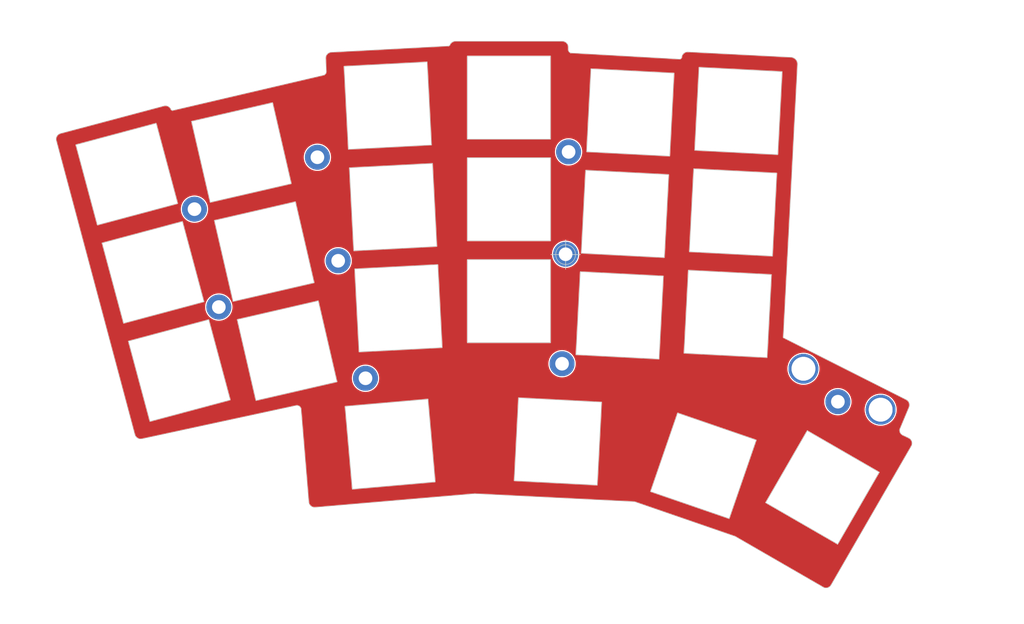
<source format=kicad_pcb>
(kicad_pcb (version 20211014) (generator pcbnew)
  (layers (0 "F.Cu" signal) (31 "B.Cu" signal) (34 "B.Paste" user) (35 "F.Paste" user) (36 "B.SilkS" user "B.Silkscreen") (37 "F.SilkS" user "F.Silkscreen") (38 "B.Mask" user) (39 "F.Mask" user) (44 "Edge.Cuts" user))
  (net 0 "")
  (footprint "kbd:SW_Hole" (layer "F.Cu") (at 90.000497 106.199158 15)
    (fp_text reference "SW3" hide)
    (fp_text value "SW_PUSH" hide)
    (fp_line (start 7 7) (end 7 -7) (layer "Edge.Cuts") (width 0.12))
    (fp_line (start -7 7) (end 7 7) (layer "Edge.Cuts") (width 0.12))
    (fp_line (start -7 -7) (end -7 7) (layer "Edge.Cuts") (width 0.12))
    (fp_line (start 7 -7) (end -7 -7) (layer "Edge.Cuts") (width 0.12))
  )
  (footprint "kbd:M2_Hole_TH" (layer "F.Cu") (at 121.350497 107.499158)
    (fp_text reference "REF**" hide)
    (fp_text value "M2_Hole_TH")
    (pad "" thru_hole circle locked (at 0 0) (size 4.2 4.2) (drill 2.3) (layers *.Cu *.Mask))
  )
  (footprint "kbd:SW_Hole" (layer "F.Cu") (at 184.150497 62.449158 -3)
    (fp_text reference "SW16" hide)
    (fp_text value "SW_PUSH" hide)
    (fp_line (start 7 7) (end 7 -7) (layer "Edge.Cuts") (width 0.12))
    (fp_line (start 7 -7) (end -7 -7) (layer "Edge.Cuts") (width 0.12))
    (fp_line (start -7 -7) (end -7 7) (layer "Edge.Cuts") (width 0.12))
    (fp_line (start -7 7) (end 7 7) (layer "Edge.Cuts") (width 0.12))
  )
  (footprint "kbd:SW_Hole" (layer "F.Cu") (at 145.500497 94.499158)
    (fp_text reference "SW12" hide)
    (fp_text value "SW_PUSH" hide)
    (fp_line (start 7 7) (end 7 -7) (layer "Edge.Cuts") (width 0.12))
    (fp_line (start -7 7) (end 7 7) (layer "Edge.Cuts") (width 0.12))
    (fp_line (start -7 -7) (end -7 7) (layer "Edge.Cuts") (width 0.12))
    (fp_line (start 7 -7) (end -7 -7) (layer "Edge.Cuts") (width 0.12))
  )
  (footprint "kbd:SW_Hole" (layer "F.Cu") (at 145.500497 60.199158)
    (fp_text reference "SW10" hide)
    (fp_text value "SW_PUSH" hide)
    (fp_line (start -7 -7) (end -7 7) (layer "Edge.Cuts") (width 0.12))
    (fp_line (start 7 7) (end 7 -7) (layer "Edge.Cuts") (width 0.12))
    (fp_line (start 7 -7) (end -7 -7) (layer "Edge.Cuts") (width 0.12))
    (fp_line (start -7 7) (end 7 7) (layer "Edge.Cuts") (width 0.12))
  )
  (footprint "kbd:SW_Hole" (layer "F.Cu") (at 81.150497 73.099158 15)
    (fp_text reference "SW1" hide)
    (fp_text value "SW_PUSH" hide)
    (fp_line (start 7 7) (end 7 -7) (layer "Edge.Cuts") (width 0.12))
    (fp_line (start -7 7) (end 7 7) (layer "Edge.Cuts") (width 0.12))
    (fp_line (start 7 -7) (end -7 -7) (layer "Edge.Cuts") (width 0.12))
    (fp_line (start -7 -7) (end -7 7) (layer "Edge.Cuts") (width 0.12))
  )
  (footprint "kbd:M2_Hole_TH" (layer "F.Cu") (at 92.550497 78.999158)
    (fp_text reference "REF**" hide)
    (fp_text value "M2_Hole_TH")
    (pad "" thru_hole circle locked (at 0 0) (size 4.2 4.2) (drill 2.3) (layers *.Cu *.Mask))
  )
  (footprint "kbd:SW_Hole" (layer "F.Cu") (at 153.750497 118.149158 -3)
    (fp_text reference "SW20" hide)
    (fp_text value "SW_PUSH" hide)
    (fp_line (start 7 7) (end 7 -7) (layer "Edge.Cuts") (width 0.12))
    (fp_line (start -7 -7) (end -7 7) (layer "Edge.Cuts") (width 0.12))
    (fp_line (start -7 7) (end 7 7) (layer "Edge.Cuts") (width 0.12))
    (fp_line (start 7 -7) (end -7 -7) (layer "Edge.Cuts") (width 0.12))
  )
  (footprint "kbd:SW_Hole" (layer "F.Cu") (at 183.250497 79.549158 -3)
    (fp_text reference "SW17" hide)
    (fp_text value "SW_PUSH" hide)
    (fp_line (start 7 7) (end 7 -7) (layer "Edge.Cuts") (width 0.12))
    (fp_line (start -7 -7) (end -7 7) (layer "Edge.Cuts") (width 0.12))
    (fp_line (start 7 -7) (end -7 -7) (layer "Edge.Cuts") (width 0.12))
    (fp_line (start -7 7) (end 7 7) (layer "Edge.Cuts") (width 0.12))
  )
  (footprint "kbd:SW_Hole" (layer "F.Cu") (at 198.300497 125.899158 60)
    (fp_text reference "SW22" hide)
    (fp_text value "SW_PUSH" hide)
    (fp_line (start 7 -7) (end -7 -7) (layer "Edge.Cuts") (width 0.12))
    (fp_line (start 7 7) (end 7 -7) (layer "Edge.Cuts") (width 0.12))
    (fp_line (start -7 7) (end 7 7) (layer "Edge.Cuts") (width 0.12))
    (fp_line (start -7 -7) (end -7 7) (layer "Edge.Cuts") (width 0.12))
  )
  (footprint "kbd:SW_Hole" (layer "F.Cu") (at 165.050497 79.799158 -3)
    (fp_text reference "SW14" hide)
    (fp_text value "SW_PUSH" hide)
    (fp_line (start -7 -7) (end -7 7) (layer "Edge.Cuts") (width 0.12))
    (fp_line (start 7 7) (end 7 -7) (layer "Edge.Cuts") (width 0.12))
    (fp_line (start 7 -7) (end -7 -7) (layer "Edge.Cuts") (width 0.12))
    (fp_line (start -7 7) (end 7 7) (layer "Edge.Cuts") (width 0.12))
  )
  (footprint "kbd:SW_Hole" (layer "F.Cu") (at 100.450497 69.449158 13)
    (fp_text reference "SW4" hide)
    (fp_text value "SW_PUSH" hide)
    (fp_line (start -7 7) (end 7 7) (layer "Edge.Cuts") (width 0.12))
    (fp_line (start 7 7) (end 7 -7) (layer "Edge.Cuts") (width 0.12))
    (fp_line (start -7 -7) (end -7 7) (layer "Edge.Cuts") (width 0.12))
    (fp_line (start 7 -7) (end -7 -7) (layer "Edge.Cuts") (width 0.12))
  )
  (footprint "kbd:SW_Hole" (layer "F.Cu") (at 165.950497 62.699158 -3)
    (fp_text reference "SW13" hide)
    (fp_text value "SW_PUSH" hide)
    (fp_line (start -7 7) (end 7 7) (layer "Edge.Cuts") (width 0.12))
    (fp_line (start -7 -7) (end -7 7) (layer "Edge.Cuts") (width 0.12))
    (fp_line (start 7 -7) (end -7 -7) (layer "Edge.Cuts") (width 0.12))
    (fp_line (start 7 7) (end 7 -7) (layer "Edge.Cuts") (width 0.12))
  )
  (footprint "kbd:SW_Hole" (layer "F.Cu") (at 126.900497 95.699158 3)
    (fp_text reference "SW9" hide)
    (fp_text value "SW_PUSH" hide)
    (fp_line (start -7 7) (end 7 7) (layer "Edge.Cuts") (width 0.12))
    (fp_line (start 7 7) (end 7 -7) (layer "Edge.Cuts") (width 0.12))
    (fp_line (start -7 -7) (end -7 7) (layer "Edge.Cuts") (width 0.12))
    (fp_line (start 7 -7) (end -7 -7) (layer "Edge.Cuts") (width 0.12))
  )
  (footprint "kbd:SW_Hole" (layer "F.Cu") (at 104.300497 86.149158 13)
    (fp_text reference "SW5" hide)
    (fp_text value "SW_PUSH" hide)
    (fp_line (start 7 -7) (end -7 -7) (layer "Edge.Cuts") (width 0.12))
    (fp_line (start -7 -7) (end -7 7) (layer "Edge.Cuts") (width 0.12))
    (fp_line (start 7 7) (end 7 -7) (layer "Edge.Cuts") (width 0.12))
    (fp_line (start -7 7) (end 7 7) (layer "Edge.Cuts") (width 0.12))
  )
  (footprint "kbd:SW_Hole" (layer "F.Cu") (at 125.100497 61.549158 3)
    (fp_text reference "SW7" hide)
    (fp_text value "SW_PUSH" hide)
    (fp_line (start 7 -7) (end -7 -7) (layer "Edge.Cuts") (width 0.12))
    (fp_line (start -7 -7) (end -7 7) (layer "Edge.Cuts") (width 0.12))
    (fp_line (start -7 7) (end 7 7) (layer "Edge.Cuts") (width 0.12))
    (fp_line (start 7 7) (end 7 -7) (layer "Edge.Cuts") (width 0.12))
  )
  (footprint "kbd:M2_Hole_TH" (layer "F.Cu") (at 155.050497 86.599158)
    (fp_text reference "REF**" hide)
    (fp_text value "M2_Hole_TH")
    (pad "" thru_hole circle locked (at 0 0) (size 4.2 4.2) (drill 2.3) (layers *.Cu *.Mask))
  )
  (footprint "kbd:M2_Hole_TH" (layer "F.Cu") (at 113.250497 70.249158)
    (fp_text reference "REF**" hide)
    (fp_text value "M2_Hole_TH")
    (pad "" thru_hole circle locked (at 0 0) (size 4.2 4.2) (drill 2.3) (layers *.Cu *.Mask))
  )
  (footprint "kbd:SW_Hole" (layer "F.Cu") (at 108.150497 102.849158 13)
    (fp_text reference "SW6" hide)
    (fp_text value "SW_PUSH" hide)
    (fp_line (start -7 -7) (end -7 7) (layer "Edge.Cuts") (width 0.12))
    (fp_line (start -7 7) (end 7 7) (layer "Edge.Cuts") (width 0.12))
    (fp_line (start 7 -7) (end -7 -7) (layer "Edge.Cuts") (width 0.12))
    (fp_line (start 7 7) (end 7 -7) (layer "Edge.Cuts") (width 0.12))
  )
  (footprint "kbd:M2_Hole_TH" (layer "F.Cu") (at 155.550497 69.349158)
    (fp_text reference "REF**" hide)
    (fp_text value "M2_Hole_TH" hide)
    (pad "" thru_hole circle locked (at 0 0) (size 4.2 4.2) (drill 2.3) (layers *.Cu *.Mask))
  )
  (footprint "kbd:M2_Hole_TH" (layer "F.Cu") (at 96.650497 95.499158)
    (fp_text reference "REF**" hide)
    (fp_text value "M2_Hole_TH")
    (pad "" thru_hole circle locked (at 0 0) (size 4.2 4.2) (drill 2.3) (layers *.Cu *.Mask))
  )
  (footprint "kbd:M2_Hole_TH_Outside" (layer "F.Cu") (at 208.100497 112.799158)
    (fp_text reference "REF**" hide)
    (fp_text value "M2_Hole_TH_Outside" hide)
    (pad "" thru_hole circle locked (at 0 0) (size 5 5) (drill 4) (layers F&B.Cu *.Mask))
    (pad "" thru_hole circle locked (at 0 0) (size 5 5) (drill 4) (layers F&B.Cu *.Mask))
  )
  (footprint "kbd:SW_Hole" (layer "F.Cu") (at 126.000497 78.652875 3)
    (fp_text reference "SW8" hide)
    (fp_text value "SW_PUSH" hide)
    (fp_line (start 7 -7) (end -7 -7) (layer "Edge.Cuts") (width 0.12))
    (fp_line (start 7 7) (end 7 -7) (layer "Edge.Cuts") (width 0.12))
    (fp_line (start -7 -7) (end -7 7) (layer "Edge.Cuts") (width 0.12))
    (fp_line (start -7 7) (end 7 7) (layer "Edge.Cuts") (width 0.12))
  )
  (footprint "kbd:M2_Hole_TH" (layer "F.Cu") (at 200.900497 111.449158)
    (fp_text reference "H1" hide)
    (fp_text value "oled_cover_1" hide)
    (pad "" thru_hole circle locked (at 0 0) (size 4.2 4.2) (drill 2.3) (layers F&B.Cu *.Mask))
  )
  (footprint "kbd:SW_Hole" (layer "F.Cu") (at 85.56806 89.651748 15)
    (fp_text reference "SW2" hide)
    (fp_text value "SW_PUSH" hide)
    (fp_line (start -7 -7) (end -7 7) (layer "Edge.Cuts") (width 0.12))
    (fp_line (start 7 -7) (end -7 -7) (layer "Edge.Cuts") (width 0.12))
    (fp_line (start 7 7) (end 7 -7) (layer "Edge.Cuts") (width 0.12))
    (fp_line (start -7 7) (end 7 7) (layer "Edge.Cuts") (width 0.12))
  )
  (footprint "kbd:SW_Hole" (layer "F.Cu") (at 164.150497 96.899158 -3)
    (fp_text reference "SW15" hide)
    (fp_text value "SW_PUSH" hide)
    (fp_line (start 7 -7) (end -7 -7) (layer "Edge.Cuts") (width 0.12))
    (fp_line (start 7 7) (end 7 -7) (layer "Edge.Cuts") (width 0.12))
    (fp_line (start -7 7) (end 7 7) (layer "Edge.Cuts") (width 0.12))
    (fp_line (start -7 -7) (end -7 7) (layer "Edge.Cuts") (width 0.12))
  )
  (footprint "kbd:M2_Hole_TH" (layer "F.Cu") (at 154.450497 105.049158)
    (fp_text reference "REF**" hide)
    (fp_text value "M2_Hole_TH")
    (pad "" thru_hole circle locked (at 0 0) (size 4.2 4.2) (drill 2.3) (layers *.Cu *.Mask))
  )
  (footprint "kbd:SW_Hole" (layer "F.Cu") (at 182.350497 96.649158 -3)
    (fp_text reference "SW18" hide)
    (fp_text value "SW_PUSH" hide)
    (fp_line (start 7 -7) (end -7 -7) (layer "Edge.Cuts") (width 0.12))
    (fp_line (start -7 -7) (end -7 7) (layer "Edge.Cuts") (width 0.12))
    (fp_line (start -7 7) (end 7 7) (layer "Edge.Cuts") (width 0.12))
    (fp_line (start 7 7) (end 7 -7) (layer "Edge.Cuts") (width 0.12))
  )
  (footprint "kbd:SW_Hole" (layer "F.Cu") (at 125.500497 118.599158 5)
    (fp_text reference "SW19" hide)
    (fp_text value "SW_PUSH" hide)
    (fp_line (start 7 7) (end 7 -7) (layer "Edge.Cuts") (width 0.12))
    (fp_line (start 7 -7) (end -7 -7) (layer "Edge.Cuts") (width 0.12))
    (fp_line (start -7 7) (end 7 7) (layer "Edge.Cuts") (width 0.12))
    (fp_line (start -7 -7) (end -7 7) (layer "Edge.Cuts") (width 0.12))
  )
  (footprint "kbd:M2_Hole_TH_Outside" (layer "F.Cu") (at 195.100497 105.899158)
    (fp_text reference "REF**" hide)
    (fp_text value "M2_Hole_TH_Outside" hide)
    (pad "" thru_hole circle locked (at 0 0) (size 5 5) (drill 4) (layers F&B.Cu *.Mask))
    (pad "" thru_hole circle locked (at 0 0) (size 5 5) (drill 4) (layers F&B.Cu *.Mask))
  )
  (footprint "kbd:SW_Hole" (layer "F.Cu") (at 145.506464 77.333799)
    (fp_text reference "SW11" hide)
    (fp_text value "SW_PUSH" hide)
    (fp_line (start -7 -7) (end -7 7) (layer "Edge.Cuts") (width 0.12))
    (fp_line (start 7 7) (end 7 -7) (layer "Edge.Cuts") (width 0.12))
    (fp_line (start 7 -7) (end -7 -7) (layer "Edge.Cuts") (width 0.12))
    (fp_line (start -7 7) (end 7 7) (layer "Edge.Cuts") (width 0.12))
  )
  (footprint "kbd:SW_Hole" (layer "F.Cu") (at 178.250497 122.249158 -19)
    (fp_text reference "SW21" hide)
    (fp_text value "SW_PUSH" hide)
    (fp_line (start 7 -7) (end -7 -7) (layer "Edge.Cuts") (width 0.12))
    (fp_line (start -7 7) (end 7 7) (layer "Edge.Cuts") (width 0.12))
    (fp_line (start 7 7) (end 7 -7) (layer "Edge.Cuts") (width 0.12))
    (fp_line (start -7 -7) (end -7 7) (layer "Edge.Cuts") (width 0.12))
  )
  (footprint "kbd:M2_Hole_TH" (layer "F.Cu") (at 116.750497 87.699158)
    (fp_text reference "REF**" hide)
    (fp_text value "M2_Hole_TH")
    (pad "" thru_hole circle locked (at 0 0) (size 4.2 4.2) (drill 2.3) (layers *.Cu *.Mask))
  )
  (gr_arc (start 88.946186 62.347476) (mid 88.7505 62.34915) (end 88.605354 62.217892) (layer "Edge.Cuts") (width 0.1))
  (gr_line (start 174.20172 53.711384) (end 155.898456 52.670466) (layer "Edge.Cuts") (width 0.1))
  (gr_line (start 175.656036 52.499451) (end 193.05 53.400001) (layer "Edge.Cuts") (width 0.1))
  (gr_arc (start 114.650497 53.599158) (mid 114.910225 52.874994) (end 115.607006 52.548854) (layer "Edge.Cuts") (width 0.1))
  (gr_arc (start 154.500497 50.699158) (mid 155.207604 50.992051) (end 155.500497 51.699158) (layer "Edge.Cuts") (width 0.1))
  (gr_arc (start 109.650497 112.099158) (mid 110.207569 112.212056) (end 110.500497 112.699158) (layer "Edge.Cuts") (width 0.1))
  (gr_line (start 194.103604 54.5912) (end 191.700497 100.649158) (layer "Edge.Cuts") (width 0.1))
  (gr_line (start 139.750497 126.949158) (end 112.900497 129.249157) (layer "Edge.Cuts") (width 0.1))
  (gr_line (start 166.650497 128.299158) (end 139.750497 126.949158) (layer "Edge.Cuts") (width 0.1))
  (gr_line (start 115.607006 52.548854) (end 135.300497 51.499158) (layer "Edge.Cuts") (width 0.1))
  (gr_line (start 155.500497 51.699158) (end 155.503475 52.151089) (layer "Edge.Cuts") (width 0.1))
  (gr_line (start 211.850497 117.099158) (end 212.900497 117.599158) (layer "Edge.Cuts") (width 0.1))
  (gr_arc (start 174.600497 53.449158) (mid 174.930805 52.754838) (end 175.656036 52.499451) (layer "Edge.Cuts") (width 0.1))
  (gr_arc (start 193.05 53.400001) (mid 193.81465 53.785226) (end 194.103604 54.5912) (layer "Edge.Cuts") (width 0.1))
  (gr_arc (start 155.898456 52.670466) (mid 155.625928 52.467843) (end 155.503475 52.151089) (layer "Edge.Cuts") (width 0.1))
  (gr_arc (start 83.750497 117.699158) (mid 82.984966 117.591754) (end 82.509381 116.982334) (layer "Edge.Cuts") (width 0.1))
  (gr_arc (start 174.600497 53.449158) (mid 174.447796 53.65127) (end 174.20172 53.711384) (layer "Edge.Cuts") (width 0.1))
  (gr_arc (start 69.300498 67.499158) (mid 69.362995 66.746568) (end 69.935458 66.25404) (layer "Edge.Cuts") (width 0.1))
  (gr_line (start 69.935458 66.25404) (end 87.400497 61.599158) (layer "Edge.Cuts") (width 0.1))
  (gr_line (start 114.650497 53.599158) (end 114.750497 55.749158) (layer "Edge.Cuts") (width 0.1))
  (gr_arc (start 135.550497 51.349158) (mid 135.924946 50.877199) (end 136.500497 50.699158) (layer "Edge.Cuts") (width 0.1))
  (gr_arc (start 112.900497 129.249157) (mid 112.166854 129.029218) (end 111.801229 128.356222) (layer "Edge.Cuts") (width 0.1))
  (gr_line (start 198.341812 142.66179) (end 183.600497 134.149158) (layer "Edge.Cuts") (width 0.1))
  (gr_line (start 212.849999 112.45) (end 211.300497 116.149158) (layer "Edge.Cuts") (width 0.1))
  (gr_arc (start 212.900497 117.599158) (mid 213.355339 118.202618) (end 213.249503 118.950843) (layer "Edge.Cuts") (width 0.1))
  (gr_arc (start 212.4 111.100001) (mid 212.904593 111.681803) (end 212.849999 112.45) (layer "Edge.Cuts") (width 0.1))
  (gr_line (start 114.351235 56.40093) (end 88.946186 62.347476) (layer "Edge.Cuts") (width 0.1))
  (gr_arc (start 87.400497 61.599158) (mid 88.121436 61.67775) (end 88.605354 62.217892) (layer "Edge.Cuts") (width 0.1))
  (gr_arc (start 199.750497 142.349158) (mid 199.114157 142.811888) (end 198.341812 142.66179) (layer "Edge.Cuts") (width 0.1))
  (gr_arc (start 135.550497 51.349158) (mid 135.447351 51.460582) (end 135.300497 51.499158) (layer "Edge.Cuts") (width 0.1))
  (gr_arc (start 114.750497 55.749158) (mid 114.656405 56.139695) (end 114.351235 56.40093) (layer "Edge.Cuts") (width 0.1))
  (gr_line (start 154.500497 50.699158) (end 136.500497 50.699158) (layer "Edge.Cuts") (width 0.1))
  (gr_line (start 69.300498 67.499158) (end 82.509381 116.982334) (layer "Edge.Cuts") (width 0.1))
  (gr_line (start 83.750497 117.699158) (end 109.650497 112.099158) (layer "Edge.Cuts") (width 0.1))
  (gr_line (start 183.600497 134.149158) (end 166.650497 128.299158) (layer "Edge.Cuts") (width 0.1))
  (gr_line (start 191.700497 100.649158) (end 212.4 111.100001) (layer "Edge.Cuts") (width 0.1))
  (gr_line (start 111.801229 128.356222) (end 110.500497 112.699158) (layer "Edge.Cuts") (width 0.1))
  (gr_line (start 213.249503 118.950843) (end 199.750497 142.349158) (layer "Edge.Cuts") (width 0.1))
  (gr_arc (start 211.850497 117.099158) (mid 211.421264 116.713452) (end 211.300497 116.149158) (layer "Edge.Cuts") (width 0.1))
  (target plus (at 155.05 86.65) (size 5) (width 0.1) (layer "Edge.Cuts"))
  (zone (net 0) (net_name "") (layer "F.Cu") (connect_pads (clearance 0)) (min_thickness 0.254) (fill yes (thermal_gap 0.508) (thermal_bridge_width 0.508))
    (polygon (pts (xy 231.700497 43.949158) (xy 232.250497 148.899158) (xy 60.500497 146.449158) (xy 59.800497 43.749158)))
  )
)
</source>
